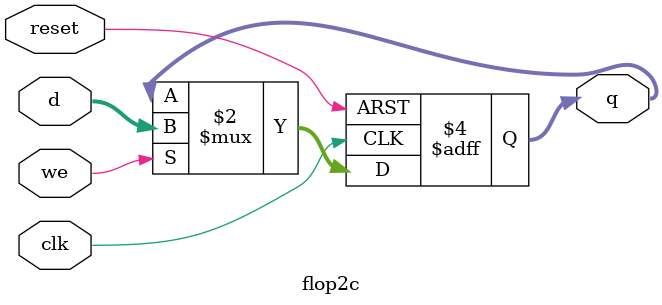
<source format=v>
`timescale 1ns / 1ps

module flop2c(
	clk,
	reset,
	we,
	d,
	q
);
	parameter WIDTH = 8;
	input wire clk;
	input wire reset;
	input wire we;
	input wire [WIDTH - 1:0] d;
	output reg [WIDTH - 1:0] q;
	always @(posedge clk or posedge reset) begin
		if (reset)
			q <= 0;
		else if (we)
			q <= d;
	end
endmodule

</source>
